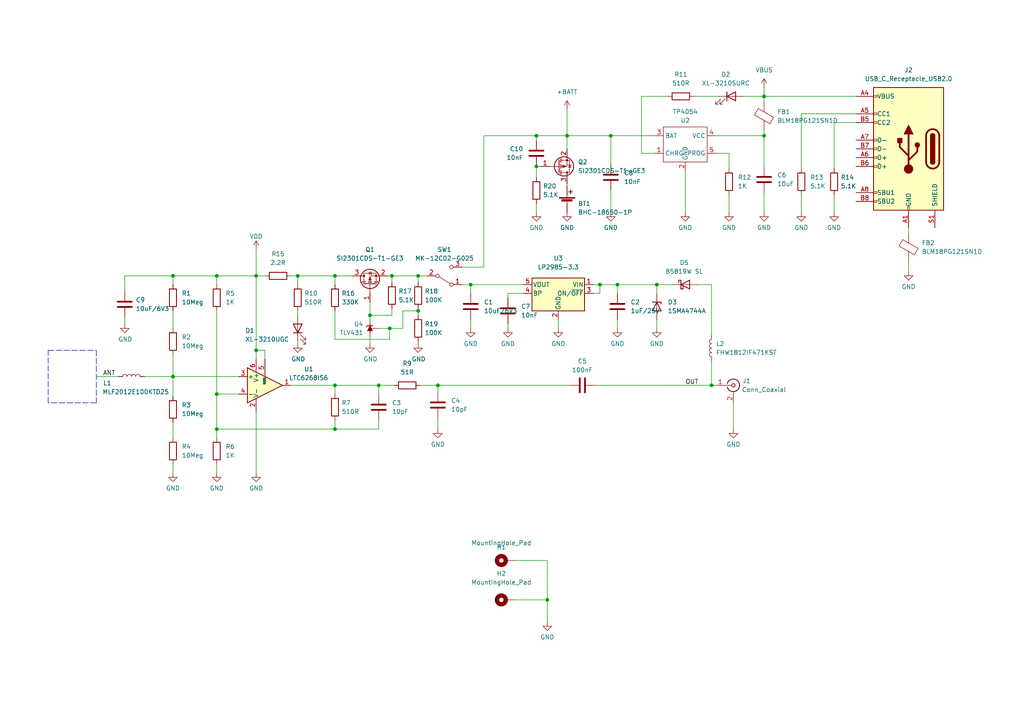
<source format=kicad_sch>
(kicad_sch (version 20211123) (generator eeschema)
  (paper "A4")
  (lib_symbols
    (symbol "Amplifier_Operational:LTC6268xS6-10" (pin_names (offset 0.127))
      (property "Reference" "U" (at 3.81 10.795 0))
      (property "Value" "LTC6268xS6-10" (at 0 13.335 0))
      (symbol "LTC6268xS6-10_1_1"
        (polyline (pts (xy -5.08 5.08) (xy -5.08 -5.08) (xy 5.08 0) (xy -5.08 5.08)) (stroke (width 0.254)) (fill (type background)))
        (pin output line (at 7.62 0 180) (length 2.54) (name "~") (number "1"))
        (pin power_in line (at -2.54 -7.62 90) (length 3.81) (name "V-") (number "2"))
        (pin input line (at -7.62 2.54 0) (length 2.54) (name "+") (number "3"))
        (pin input line (at -7.62 -2.54 0) (length 2.54) (name "-") (number "4"))
        (pin input line (at 0 7.62 270) (length 5.08) (name "~{SHDN}") (number "5"))
        (pin power_in line (at -2.54 7.62 270) (length 3.81) (name "V+") (number "6"))
      )
    )
    (symbol "Connector:Conn_Coaxial" (pin_names (offset 1.016) hide)
      (property "Reference" "J" (at 0.254 3.048 0))
      (property "Value" "Conn_Coaxial" (at 2.921 0 90))
      (symbol "Conn_Coaxial_0_1"
        (arc (start -1.778 -0.508) (mid 0.222 -1.808) (end 1.778 0) (stroke (width 0.254)))
        (polyline (pts (xy -2.54 0) (xy -0.508 0)))
        (polyline (pts (xy 0 -2.54) (xy 0 -1.778)))
        (circle (center 0 0) (radius 0.508) (stroke (width 0.2032)))
        (arc (start 1.778 0) (mid 0.222 1.8083) (end -1.778 0.508) (stroke (width 0.254)))
      )
      (symbol "Conn_Coaxial_1_1"
        (pin passive line (at -5.08 0 0) (length 2.54) (name "In") (number "1"))
        (pin passive line (at 0 -5.08 90) (length 2.54) (name "Ext") (number "2"))
      )
    )
    (symbol "Connector:USB_C_Receptacle_USB2.0" (pin_names (offset 1.016))
      (property "Reference" "J" (at -10.16 19.05 0))
      (property "Value" "USB_C_Receptacle_USB2.0" (at 19.05 19.05 0))
      (symbol "USB_C_Receptacle_USB2.0_0_0"
        (rectangle (start -0.254 -17.78) (end 0.254 -16.764))
        (rectangle (start 10.16 -14.986) (end 9.144 -15.494))
        (rectangle (start 10.16 -12.446) (end 9.144 -12.954))
        (rectangle (start 10.16 -4.826) (end 9.144 -5.334))
        (rectangle (start 10.16 -2.286) (end 9.144 -2.794))
        (rectangle (start 10.16 0.254) (end 9.144 -0.254))
        (rectangle (start 10.16 2.794) (end 9.144 2.286))
        (rectangle (start 10.16 7.874) (end 9.144 7.366))
        (rectangle (start 10.16 10.414) (end 9.144 9.906))
        (rectangle (start 10.16 15.494) (end 9.144 14.986))
      )
      (symbol "USB_C_Receptacle_USB2.0_0_1"
        (rectangle (start -10.16 17.78) (end 10.16 -17.78) (stroke (width 0.254)) (fill (type background)))
        (arc (start -8.89 -3.81) (mid -6.985 -5.715) (end -5.08 -3.81) (stroke (width 0.508)))
        (arc (start -7.62 -3.81) (mid -6.985 -4.445) (end -6.35 -3.81) (stroke (width 0.254)))
        (arc (start -7.62 -3.81) (mid -6.985 -4.445) (end -6.35 -3.81) (stroke (width 0.254)) (fill (type outline)))
        (rectangle (start -7.62 -3.81) (end -6.35 3.81) (stroke (width 0.254)) (fill (type outline)))
        (arc (start -6.35 3.81) (mid -6.985 4.445) (end -7.62 3.81) (stroke (width 0.254)))
        (arc (start -6.35 3.81) (mid -6.985 4.445) (end -7.62 3.81) (stroke (width 0.254)) (fill (type outline)))
        (arc (start -5.08 3.81) (mid -6.985 5.715) (end -8.89 3.81) (stroke (width 0.508)))
        (circle (center -2.54 1.143) (radius 0.635) (stroke (width 0.254)) (fill (type outline)))
        (circle (center 0 -5.842) (radius 1.27) (fill (type outline)))
        (polyline (pts (xy -8.89 -3.81) (xy -8.89 3.81)) (stroke (width 0.508)))
        (polyline (pts (xy -5.08 3.81) (xy -5.08 -3.81)) (stroke (width 0.508)))
        (polyline (pts (xy 0 -5.842) (xy 0 4.318)) (stroke (width 0.508)))
        (polyline (pts (xy 0 -3.302) (xy -2.54 -0.762) (xy -2.54 0.508)) (stroke (width 0.508)))
        (polyline (pts (xy 0 -2.032) (xy 2.54 0.508) (xy 2.54 1.778)) (stroke (width 0.508)))
        (polyline (pts (xy -1.27 4.318) (xy 0 6.858) (xy 1.27 4.318) (xy -1.27 4.318)) (stroke (width 0.254)) (fill (type outline)))
        (rectangle (start 1.905 1.778) (end 3.175 3.048) (stroke (width 0.254)) (fill (type outline)))
      )
      (symbol "USB_C_Receptacle_USB2.0_1_1"
        (pin passive line (at 0 -22.86 90) (length 5.08) (name "GND") (number "A1"))
        (pin passive line (at 0 -22.86 90) (length 5.08) hide (name "GND") (number "A12"))
        (pin passive line (at 15.24 15.24 180) (length 5.08) (name "VBUS") (number "A4"))
        (pin bidirectional line (at 15.24 10.16 180) (length 5.08) (name "CC1") (number "A5"))
        (pin bidirectional line (at 15.24 -2.54 180) (length 5.08) (name "D+") (number "A6"))
        (pin bidirectional line (at 15.24 2.54 180) (length 5.08) (name "D-") (number "A7"))
        (pin bidirectional line (at 15.24 -12.7 180) (length 5.08) (name "SBU1") (number "A8"))
        (pin passive line (at 15.24 15.24 180) (length 5.08) hide (name "VBUS") (number "A9"))
        (pin passive line (at 0 -22.86 90) (length 5.08) hide (name "GND") (number "B1"))
        (pin passive line (at 0 -22.86 90) (length 5.08) hide (name "GND") (number "B12"))
        (pin passive line (at 15.24 15.24 180) (length 5.08) hide (name "VBUS") (number "B4"))
        (pin bidirectional line (at 15.24 7.62 180) (length 5.08) (name "CC2") (number "B5"))
        (pin bidirectional line (at 15.24 -5.08 180) (length 5.08) (name "D+") (number "B6"))
        (pin bidirectional line (at 15.24 0 180) (length 5.08) (name "D-") (number "B7"))
        (pin bidirectional line (at 15.24 -15.24 180) (length 5.08) (name "SBU2") (number "B8"))
        (pin passive line (at 15.24 15.24 180) (length 5.08) hide (name "VBUS") (number "B9"))
        (pin passive line (at -7.62 -22.86 90) (length 5.08) (name "SHIELD") (number "S1"))
      )
    )
    (symbol "Device:Battery_Cell" (pin_numbers hide) (pin_names (offset 0) hide)
      (property "Reference" "BT" (at 2.54 2.54 0))
      (property "Value" "Battery_Cell" (at 2.54 0 0))
      (symbol "Battery_Cell_0_1"
        (rectangle (start -2.286 1.778) (end 2.286 1.524) (fill (type outline)))
        (rectangle (start -1.5748 1.1938) (end 1.4732 0.6858) (fill (type outline)))
        (polyline (pts (xy 0 0.762) (xy 0 0)))
        (polyline (pts (xy 0 1.778) (xy 0 2.54)))
        (polyline (pts (xy 0.508 3.429) (xy 1.524 3.429)) (stroke (width 0.254)))
        (polyline (pts (xy 1.016 3.937) (xy 1.016 2.921)) (stroke (width 0.254)))
      )
      (symbol "Battery_Cell_1_1"
        (pin passive line (at 0 5.08 270) (length 2.54) (name "+") (number "1"))
        (pin passive line (at 0 -2.54 90) (length 2.54) (name "-") (number "2"))
      )
    )
    (symbol "Device:C" (pin_numbers hide) (pin_names (offset 0.254))
      (property "Reference" "C" (at 0.635 2.54 0))
      (property "Value" "C" (at 0.635 -2.54 0))
      (symbol "C_0_1"
        (polyline (pts (xy -2.032 -0.762) (xy 2.032 -0.762)) (stroke (width 0.508)))
        (polyline (pts (xy -2.032 0.762) (xy 2.032 0.762)) (stroke (width 0.508)))
      )
      (symbol "C_1_1"
        (pin passive line (at 0 3.81 270) (length 2.794) (name "~") (number "1"))
        (pin passive line (at 0 -3.81 90) (length 2.794) (name "~") (number "2"))
      )
    )
    (symbol "Device:D_Schottky" (pin_numbers hide) (pin_names (offset 1.016) hide)
      (property "Reference" "D" (at 0 2.54 0))
      (property "Value" "D_Schottky" (at 0 -2.54 0))
      (symbol "D_Schottky_0_1"
        (polyline (pts (xy 1.27 0) (xy -1.27 0)))
        (polyline (pts (xy 1.27 1.27) (xy 1.27 -1.27) (xy -1.27 0) (xy 1.27 1.27)) (stroke (width 0.254)))
        (polyline (pts (xy -1.905 0.635) (xy -1.905 1.27) (xy -1.27 1.27) (xy -1.27 -1.27) (xy -0.635 -1.27) (xy -0.635 -0.635)) (stroke (width 0.254)))
      )
      (symbol "D_Schottky_1_1"
        (pin passive line (at -3.81 0 0) (length 2.54) (name "K") (number "1"))
        (pin passive line (at 3.81 0 180) (length 2.54) (name "A") (number "2"))
      )
    )
    (symbol "Device:D_Zener" (pin_numbers hide) (pin_names (offset 1.016) hide)
      (property "Reference" "D" (at 0 2.54 0))
      (property "Value" "D_Zener" (at 0 -2.54 0))
      (symbol "D_Zener_0_1"
        (polyline (pts (xy 1.27 0) (xy -1.27 0)))
        (polyline (pts (xy -1.27 -1.27) (xy -1.27 1.27) (xy -0.762 1.27)) (stroke (width 0.254)))
        (polyline (pts (xy 1.27 -1.27) (xy 1.27 1.27) (xy -1.27 0) (xy 1.27 -1.27)) (stroke (width 0.254)))
      )
      (symbol "D_Zener_1_1"
        (pin passive line (at -3.81 0 0) (length 2.54) (name "K") (number "1"))
        (pin passive line (at 3.81 0 180) (length 2.54) (name "A") (number "2"))
      )
    )
    (symbol "Device:FerriteBead" (pin_numbers hide) (pin_names (offset 0))
      (property "Reference" "FB" (at -3.81 0.635 90))
      (property "Value" "FerriteBead" (at 3.81 0 90))
      (symbol "FerriteBead_0_1"
        (polyline (pts (xy 0 -1.27) (xy 0 -1.2192)))
        (polyline (pts (xy 0 1.27) (xy 0 1.2954)))
        (polyline (pts (xy -2.7686 0.4064) (xy -1.7018 2.2606) (xy 2.7686 -0.3048) (xy 1.6764 -2.159) (xy -2.7686 0.4064)))
      )
      (symbol "FerriteBead_1_1"
        (pin passive line (at 0 3.81 270) (length 2.54) (name "~") (number "1"))
        (pin passive line (at 0 -3.81 90) (length 2.54) (name "~") (number "2"))
      )
    )
    (symbol "Device:L" (pin_numbers hide) (pin_names (offset 1.016) hide)
      (property "Reference" "L" (at -1.27 0 90))
      (property "Value" "L" (at 1.905 0 90))
      (symbol "L_0_1"
        (arc (start 0 -2.54) (mid 0.635 -1.905) (end 0 -1.27))
        (arc (start 0 -1.27) (mid 0.635 -0.635) (end 0 0))
        (arc (start 0 0) (mid 0.635 0.635) (end 0 1.27))
        (arc (start 0 1.27) (mid 0.635 1.905) (end 0 2.54))
      )
      (symbol "L_1_1"
        (pin passive line (at 0 3.81 270) (length 1.27) (name "1") (number "1"))
        (pin passive line (at 0 -3.81 90) (length 1.27) (name "2") (number "2"))
      )
    )
    (symbol "Device:LED" (pin_numbers hide) (pin_names (offset 1.016) hide)
      (property "Reference" "D" (at 0 2.54 0))
      (property "Value" "LED" (at 0 -2.54 0))
      (symbol "LED_0_1"
        (polyline (pts (xy -1.27 -1.27) (xy -1.27 1.27)) (stroke (width 0.254)))
        (polyline (pts (xy -1.27 0) (xy 1.27 0)))
        (polyline (pts (xy 1.27 -1.27) (xy 1.27 1.27) (xy -1.27 0) (xy 1.27 -1.27)) (stroke (width 0.254)))
        (polyline (pts (xy -3.048 -0.762) (xy -4.572 -2.286) (xy -3.81 -2.286) (xy -4.572 -2.286) (xy -4.572 -1.524)))
        (polyline (pts (xy -1.778 -0.762) (xy -3.302 -2.286) (xy -2.54 -2.286) (xy -3.302 -2.286) (xy -3.302 -1.524)))
      )
      (symbol "LED_1_1"
        (pin passive line (at -3.81 0 0) (length 2.54) (name "K") (number "1"))
        (pin passive line (at 3.81 0 180) (length 2.54) (name "A") (number "2"))
      )
    )
    (symbol "Device:R" (pin_numbers hide) (pin_names (offset 0))
      (property "Reference" "R" (at 2.032 0 90))
      (property "Value" "R" (at 0 0 90))
      (symbol "R_0_1"
        (rectangle (start -1.016 -2.54) (end 1.016 2.54) (stroke (width 0.254)))
      )
      (symbol "R_1_1"
        (pin passive line (at 0 3.81 270) (length 1.27) (name "~") (number "1"))
        (pin passive line (at 0 -3.81 90) (length 1.27) (name "~") (number "2"))
      )
    )
    (symbol "Mechanical:MountingHole_Pad" (pin_numbers hide) (pin_names (offset 1.016) hide)
      (property "Reference" "H" (at 0 6.35 0))
      (property "Value" "MountingHole_Pad" (at 0 4.445 0))
      (symbol "MountingHole_Pad_0_1"
        (circle (center 0 1.27) (radius 1.27) (stroke (width 1.27)))
      )
      (symbol "MountingHole_Pad_1_1"
        (pin input line (at 0 -2.54 90) (length 2.54) (name "1") (number "1"))
      )
    )
    (symbol "Reference_Voltage:TL431DBZ" (pin_numbers hide) (pin_names hide)
      (property "Reference" "U" (at -2.54 2.54 0))
      (property "Value" "TL431DBZ" (at 0 -2.54 0))
      (symbol "TL431DBZ_0_1"
        (polyline (pts (xy -1.27 0) (xy 0 0) (xy 1.27 0)))
        (polyline (pts (xy -0.762 0.762) (xy 0.762 0) (xy -0.762 -0.762)) (fill (type outline)))
        (polyline (pts (xy 0.508 -1.016) (xy 0.762 -0.762) (xy 0.762 0.762) (xy 0.762 0.762)) (stroke (width 0.254)))
      )
      (symbol "TL431DBZ_1_1"
        (pin passive line (at 2.54 0 180) (length 2.54) (name "K") (number "1"))
        (pin passive line (at 0 2.54 270) (length 2.54) (name "REF") (number "2"))
        (pin passive line (at -2.54 0 0) (length 2.54) (name "A") (number "3"))
      )
    )
    (symbol "Regulator_Linear:LP2985-3.0" (pin_names (offset 0.254))
      (property "Reference" "U" (at -6.35 5.715 0))
      (property "Value" "LP2985-3.0" (at 0 5.715 0))
      (symbol "LP2985-3.0_0_1"
        (rectangle (start -7.62 -5.08) (end 7.62 4.445) (stroke (width 0.254)) (fill (type background)))
      )
      (symbol "LP2985-3.0_1_1"
        (pin power_in line (at -10.16 2.54 0) (length 2.54) (name "VIN") (number "1"))
        (pin power_in line (at 0 -7.62 90) (length 2.54) (name "GND") (number "2"))
        (pin input line (at -10.16 0 0) (length 2.54) (name "ON/~{OFF}") (number "3"))
        (pin input line (at 10.16 0 180) (length 2.54) (name "BP") (number "4"))
        (pin power_out line (at 10.16 2.54 180) (length 2.54) (name "VOUT") (number "5"))
      )
    )
    (symbol "Switch:SW_SPDT" (pin_names (offset 0) hide)
      (property "Reference" "SW" (at 0 4.318 0))
      (property "Value" "SW_SPDT" (at 0 -5.08 0))
      (symbol "SW_SPDT_0_0"
        (circle (center -2.032 0) (radius 0.508))
        (circle (center 2.032 -2.54) (radius 0.508))
      )
      (symbol "SW_SPDT_0_1"
        (polyline (pts (xy -1.524 0.254) (xy 1.651 2.286)))
        (circle (center 2.032 2.54) (radius 0.508))
      )
      (symbol "SW_SPDT_1_1"
        (pin passive line (at 5.08 2.54 180) (length 2.54) (name "A") (number "1"))
        (pin passive line (at -5.08 0 0) (length 2.54) (name "B") (number "2"))
        (pin passive line (at 5.08 -2.54 180) (length 2.54) (name "C") (number "3"))
      )
    )
    (symbol "Transistor_FET:AO3401A" (pin_names hide)
      (property "Reference" "Q" (at 5.08 1.905 0))
      (property "Value" "AO3401A" (at 5.08 0 0))
      (symbol "AO3401A_0_1"
        (polyline (pts (xy 0.254 0) (xy -2.54 0)))
        (polyline (pts (xy 0.254 1.905) (xy 0.254 -1.905)) (stroke (width 0.254)))
        (polyline (pts (xy 0.762 -1.27) (xy 0.762 -2.286)) (stroke (width 0.254)))
        (polyline (pts (xy 0.762 0.508) (xy 0.762 -0.508)) (stroke (width 0.254)))
        (polyline (pts (xy 0.762 2.286) (xy 0.762 1.27)) (stroke (width 0.254)))
        (polyline (pts (xy 2.54 2.54) (xy 2.54 1.778)))
        (polyline (pts (xy 2.54 -2.54) (xy 2.54 0) (xy 0.762 0)))
        (polyline (pts (xy 0.762 1.778) (xy 3.302 1.778) (xy 3.302 -1.778) (xy 0.762 -1.778)))
        (polyline (pts (xy 2.286 0) (xy 1.27 0.381) (xy 1.27 -0.381) (xy 2.286 0)) (fill (type outline)))
        (polyline (pts (xy 2.794 -0.508) (xy 2.921 -0.381) (xy 3.683 -0.381) (xy 3.81 -0.254)))
        (polyline (pts (xy 3.302 -0.381) (xy 2.921 0.254) (xy 3.683 0.254) (xy 3.302 -0.381)))
        (circle (center 1.651 0) (radius 2.794) (stroke (width 0.254)))
        (circle (center 2.54 -1.778) (radius 0.254) (fill (type outline)))
        (circle (center 2.54 1.778) (radius 0.254) (fill (type outline)))
      )
      (symbol "AO3401A_1_1"
        (pin input line (at -5.08 0 0) (length 2.54) (name "G") (number "1"))
        (pin passive line (at 2.54 -5.08 90) (length 2.54) (name "S") (number "2"))
        (pin passive line (at 2.54 5.08 270) (length 2.54) (name "D") (number "3"))
      )
    )
    (symbol "power:+BATT" (power) (pin_names (offset 0))
      (property "Value" "+BATT" (at 0 3.556 0))
      (symbol "+BATT_0_1"
        (polyline (pts (xy -0.762 1.27) (xy 0 2.54)))
        (polyline (pts (xy 0 0) (xy 0 2.54)))
        (polyline (pts (xy 0 2.54) (xy 0.762 1.27)))
      )
      (symbol "+BATT_1_1"
        (pin power_in line (at 0 0 90) (length 0) hide (name "+BATT") (number "1"))
      )
    )
    (symbol "power:GND" (power) (pin_names (offset 0))
      (property "Value" "GND" (at 0 -3.81 0))
      (symbol "GND_0_1"
        (polyline (pts (xy 0 0) (xy 0 -1.27) (xy 1.27 -1.27) (xy 0 -2.54) (xy -1.27 -1.27) (xy 0 -1.27)))
      )
      (symbol "GND_1_1"
        (pin power_in line (at 0 0 270) (length 0) hide (name "GND") (number "1"))
      )
    )
    (symbol "power:VBUS" (power) (pin_names (offset 0))
      (property "Value" "VBUS" (at 0 3.81 0))
      (symbol "VBUS_0_1"
        (polyline (pts (xy -0.762 1.27) (xy 0 2.54)))
        (polyline (pts (xy 0 0) (xy 0 2.54)))
        (polyline (pts (xy 0 2.54) (xy 0.762 1.27)))
      )
      (symbol "VBUS_1_1"
        (pin power_in line (at 0 0 90) (length 0) hide (name "VBUS") (number "1"))
      )
    )
    (symbol "power:VDD" (power) (pin_names (offset 0))
      (property "Value" "VDD" (at 0 3.81 0))
      (symbol "VDD_0_1"
        (polyline (pts (xy -0.762 1.27) (xy 0 2.54)))
        (polyline (pts (xy 0 0) (xy 0 2.54)))
        (polyline (pts (xy 0 2.54) (xy 0.762 1.27)))
      )
      (symbol "VDD_1_1"
        (pin power_in line (at 0 0 90) (length 0) hide (name "VDD") (number "1"))
      )
    )
    (symbol "project:TP4054"
      (property "Reference" "U" (at -6.35 8.89 0))
      (property "Value" "TP4054" (at -6.35 6.35 0))
      (symbol "TP4054_0_1"
        (rectangle (start -6.35 5.08) (end 6.35 -5.08))
      )
      (symbol "TP4054_1_1"
        (pin passive line (at 8.89 -2.54 180) (length 2.54) (name "CHRG") (number "1"))
        (pin passive line (at 0 -7.62 90) (length 2.54) (name "GND") (number "2"))
        (pin passive line (at 8.89 2.54 180) (length 2.54) (name "BAT") (number "3"))
        (pin passive line (at -8.89 2.54 0) (length 2.54) (name "VCC") (number "4"))
        (pin passive line (at -8.89 -2.54 0) (length 2.54) (name "PROG") (number "5"))
      )
    )
  )
  (junction (at 155.575 48.26))
  (junction (at 179.07 82.55))
  (junction (at 86.36 80.01))
  (junction (at 113.03 95.25))
  (junction (at 107.315 91.44))
  (junction (at 97.155 124.46))
  (junction (at 109.855 111.76))
  (junction (at 50.165 80.01))
  (junction (at 190.5 82.55))
  (junction (at 221.615 27.94))
  (junction (at 158.75 173.99))
  (junction (at 155.575 39.37))
  (junction (at 206.375 111.76))
  (junction (at 221.615 39.37))
  (junction (at 173.99 82.55))
  (junction (at 121.285 80.01))
  (junction (at 62.865 80.01))
  (junction (at 127 111.76))
  (junction (at 62.865 114.3))
  (junction (at 74.295 80.01))
  (junction (at 62.865 124.46))
  (junction (at 74.295 101.6))
  (junction (at 164.465 39.37))
  (junction (at 177.165 39.37))
  (junction (at 97.155 111.76))
  (junction (at 121.285 90.17))
  (junction (at 136.525 82.55))
  (junction (at 97.155 80.01))
  (junction (at 50.165 109.22))
  (junction (at 113.665 80.01))
  (wire (pts (xy 112.395 80.01) (xy 113.665 80.01)))
  (wire (pts (xy 84.455 80.01) (xy 86.36 80.01)))
  (wire (pts (xy 113.665 80.01) (xy 121.285 80.01)))
  (wire (pts (xy 116.84 95.25) (xy 116.84 90.17)))
  (wire (pts (xy 173.99 82.55) (xy 179.07 82.55)))
  (wire (pts (xy 121.285 99.06) (xy 121.285 99.695)))
  (wire (pts (xy 50.165 82.55) (xy 50.165 80.01)))
  (wire (pts (xy 133.985 82.55) (xy 136.525 82.55)))
  (wire (pts (xy 97.155 111.76) (xy 97.155 114.3)))
  (wire (pts (xy 158.75 162.56) (xy 158.75 173.99)))
  (wire (pts (xy 97.155 111.76) (xy 109.855 111.76)))
  (wire (pts (xy 86.36 80.01) (xy 97.155 80.01)))
  (wire (pts (xy 149.225 162.56) (xy 158.75 162.56)))
  (wire (pts (xy 201.295 27.94) (xy 208.28 27.94)))
  (wire (pts (xy 221.615 27.94) (xy 248.285 27.94)))
  (wire (pts (xy 74.295 101.6) (xy 74.295 104.14)))
  (wire (pts (xy 136.525 82.55) (xy 136.525 85.09)))
  (wire (pts (xy 263.525 66.04) (xy 263.525 67.945)))
  (wire (pts (xy 97.155 121.92) (xy 97.155 124.46)))
  (wire (pts (xy 158.75 173.99) (xy 158.75 180.34)))
  (wire (pts (xy 62.865 80.01) (xy 74.295 80.01)))
  (wire (pts (xy 140.335 77.47) (xy 140.335 39.37)))
  (wire (pts (xy 50.165 109.22) (xy 50.165 114.935)))
  (wire (pts (xy 186.055 27.94) (xy 186.055 44.45)))
  (wire (pts (xy 177.165 39.37) (xy 177.165 47.625)))
  (wire (pts (xy 206.375 111.76) (xy 207.645 111.76)))
  (wire (pts (xy 62.865 124.46) (xy 62.865 127)))
  (wire (pts (xy 173.99 85.09) (xy 173.99 82.55)))
  (wire (pts (xy 41.91 109.22) (xy 50.165 109.22)))
  (wire (pts (xy 62.865 124.46) (xy 97.155 124.46)))
  (wire (pts (xy 221.615 37.465) (xy 221.615 39.37)))
  (wire (pts (xy 177.165 55.245) (xy 177.165 61.595)))
  (wire (pts (xy 221.615 39.37) (xy 221.615 48.26)))
  (wire (pts (xy 172.72 111.76) (xy 206.375 111.76)))
  (wire (pts (xy 206.375 104.775) (xy 206.375 111.76)))
  (wire (pts (xy 84.455 111.76) (xy 97.155 111.76)))
  (wire (pts (xy 179.07 82.55) (xy 179.07 85.09)))
  (wire (pts (xy 50.165 102.87) (xy 50.165 109.22)))
  (wire (pts (xy 109.855 95.25) (xy 113.03 95.25)))
  (wire (pts (xy 190.5 82.55) (xy 190.5 85.09)))
  (wire (pts (xy 121.285 80.01) (xy 121.285 81.915)))
  (wire (pts (xy 97.155 82.55) (xy 97.155 80.01)))
  (wire (pts (xy 206.375 82.55) (xy 206.375 97.155)))
  (wire (pts (xy 155.575 59.055) (xy 155.575 61.595)))
  (wire (pts (xy 74.295 80.01) (xy 76.835 80.01)))
  (wire (pts (xy 211.455 56.515) (xy 211.455 61.595)))
  (wire (pts (xy 50.165 122.555) (xy 50.165 127)))
  (wire (pts (xy 36.195 92.075) (xy 36.195 93.98)))
  (wire (pts (xy 50.165 134.62) (xy 50.165 137.16)))
  (wire (pts (xy 212.725 116.84) (xy 212.725 124.46)))
  (wire (pts (xy 107.315 91.44) (xy 107.315 92.71)))
  (wire (pts (xy 113.665 91.44) (xy 107.315 91.44)))
  (wire (pts (xy 190.5 92.71) (xy 190.5 95.25)))
  (wire (pts (xy 74.295 72.39) (xy 74.295 80.01)))
  (wire (pts (xy 36.195 80.01) (xy 36.195 84.455)))
  (wire (pts (xy 113.665 89.535) (xy 113.665 91.44)))
  (wire (pts (xy 221.615 27.94) (xy 221.615 29.845)))
  (wire (pts (xy 62.865 114.3) (xy 62.865 124.46)))
  (wire (pts (xy 127 111.76) (xy 127 113.665)))
  (wire (pts (xy 50.165 80.01) (xy 36.195 80.01)))
  (wire (pts (xy 186.055 44.45) (xy 189.865 44.45)))
  (wire (pts (xy 206.375 82.55) (xy 202.565 82.55)))
  (wire (pts (xy 248.285 33.02) (xy 232.41 33.02)))
  (wire (pts (xy 107.315 87.63) (xy 107.315 91.44)))
  (wire (pts (xy 164.465 39.37) (xy 177.165 39.37)))
  (wire (pts (xy 172.085 82.55) (xy 173.99 82.55)))
  (wire (pts (xy 97.155 98.425) (xy 113.03 98.425)))
  (wire (pts (xy 76.835 104.14) (xy 76.835 101.6)))
  (wire (pts (xy 109.855 111.76) (xy 114.3 111.76)))
  (wire (pts (xy 62.865 80.01) (xy 62.865 82.55)))
  (wire (pts (xy 97.155 124.46) (xy 109.855 124.46)))
  (wire (pts (xy 140.335 39.37) (xy 155.575 39.37)))
  (wire (pts (xy 179.07 82.55) (xy 190.5 82.55)))
  (wire (pts (xy 161.925 92.71) (xy 161.925 95.25)))
  (wire (pts (xy 136.525 92.71) (xy 136.525 95.25)))
  (wire (pts (xy 50.165 80.01) (xy 62.865 80.01)))
  (wire (pts (xy 107.315 97.79) (xy 107.315 99.695)))
  (wire (pts (xy 186.055 27.94) (xy 193.675 27.94)))
  (wire (pts (xy 211.455 44.45) (xy 211.455 48.895)))
  (wire (pts (xy 190.5 82.55) (xy 194.945 82.55)))
  (wire (pts (xy 62.865 90.17) (xy 62.865 114.3)))
  (wire (pts (xy 50.165 90.17) (xy 50.165 95.25)))
  (wire (pts (xy 263.525 75.565) (xy 263.525 78.74)))
  (wire (pts (xy 121.285 89.535) (xy 121.285 90.17)))
  (polyline (pts (xy 27.94 116.84) (xy 13.97 116.84)))
  (wire (pts (xy 156.845 48.26) (xy 155.575 48.26)))
  (polyline (pts (xy 13.97 116.84) (xy 13.97 101.6)))
  (wire (pts (xy 116.84 90.17) (xy 121.285 90.17)))
  (wire (pts (xy 241.935 48.895) (xy 241.935 35.56)))
  (wire (pts (xy 97.155 90.17) (xy 97.155 98.425)))
  (wire (pts (xy 155.575 39.37) (xy 155.575 40.64)))
  (wire (pts (xy 136.525 82.55) (xy 151.765 82.55)))
  (wire (pts (xy 179.07 92.71) (xy 179.07 95.25)))
  (wire (pts (xy 164.465 31.75) (xy 164.465 39.37)))
  (wire (pts (xy 207.645 39.37) (xy 221.615 39.37)))
  (wire (pts (xy 121.285 80.01) (xy 123.825 80.01)))
  (wire (pts (xy 151.765 85.09) (xy 147.32 85.09)))
  (wire (pts (xy 113.03 98.425) (xy 113.03 95.25)))
  (wire (pts (xy 147.32 85.09) (xy 147.32 86.36)))
  (wire (pts (xy 97.155 80.01) (xy 102.235 80.01)))
  (wire (pts (xy 172.085 85.09) (xy 173.99 85.09)))
  (wire (pts (xy 113.03 95.25) (xy 116.84 95.25)))
  (wire (pts (xy 69.215 109.22) (xy 50.165 109.22)))
  (wire (pts (xy 155.575 39.37) (xy 164.465 39.37)))
  (wire (pts (xy 221.615 55.88) (xy 221.615 61.595)))
  (polyline (pts (xy 27.94 101.6) (xy 27.94 116.84)))
  (wire (pts (xy 109.855 111.76) (xy 109.855 114.3)))
  (wire (pts (xy 149.225 173.99) (xy 158.75 173.99)))
  (wire (pts (xy 86.36 80.01) (xy 86.36 82.55)))
  (wire (pts (xy 74.295 80.01) (xy 74.295 101.6)))
  (wire (pts (xy 127 121.285) (xy 127 124.46)))
  (wire (pts (xy 74.295 119.38) (xy 74.295 137.16)))
  (wire (pts (xy 241.935 35.56) (xy 248.285 35.56)))
  (wire (pts (xy 121.285 90.17) (xy 121.285 91.44)))
  (wire (pts (xy 155.575 48.26) (xy 155.575 51.435)))
  (wire (pts (xy 198.755 49.53) (xy 198.755 61.595)))
  (wire (pts (xy 62.865 134.62) (xy 62.865 137.16)))
  (wire (pts (xy 241.935 56.515) (xy 241.935 61.595)))
  (wire (pts (xy 62.865 114.3) (xy 69.215 114.3)))
  (wire (pts (xy 164.465 39.37) (xy 164.465 43.18)))
  (wire (pts (xy 27.94 109.22) (xy 34.29 109.22)))
  (wire (pts (xy 177.165 39.37) (xy 189.865 39.37)))
  (wire (pts (xy 133.985 77.47) (xy 140.335 77.47)))
  (wire (pts (xy 215.9 27.94) (xy 221.615 27.94)))
  (wire (pts (xy 221.615 25.4) (xy 221.615 27.94)))
  (wire (pts (xy 109.855 121.92) (xy 109.855 124.46)))
  (polyline (pts (xy 13.97 101.6) (xy 27.94 101.6)))
  (wire (pts (xy 113.665 81.915) (xy 113.665 80.01)))
  (wire (pts (xy 207.645 44.45) (xy 211.455 44.45)))
  (wire (pts (xy 127 111.76) (xy 165.1 111.76)))
  (wire (pts (xy 147.32 93.98) (xy 147.32 95.25)))
  (wire (pts (xy 76.835 101.6) (xy 74.295 101.6)))
  (wire (pts (xy 121.92 111.76) (xy 127 111.76)))
  (wire (pts (xy 232.41 33.02) (xy 232.41 48.895)))
  (wire (pts (xy 232.41 56.515) (xy 232.41 61.595)))
  (wire (pts (xy 164.465 53.34) (xy 164.465 53.975)))
  (wire (pts (xy 86.36 91.44) (xy 86.36 90.17)))
  (wire (pts (xy 86.36 99.695) (xy 86.36 99.06)))
  (label "ANT" (at 29.845 109.22 0))
  (label "OUT" (at 198.755 111.76 0))
  (symbol (lib_id "Connector:USB_C_Receptacle_USB2.0") (at 263.525 43.18 0) (mirror y) (unit 1)
    (property "Reference" "J2" (at 263.525 20.32 0))
    (property "Value" "USB_C_Receptacle_USB2.0" (at 263.525 22.86 0))
    (property "Footprint" "project:USB_C_Receptacle_GCT_USB4105-xx-A_16P_TopMnt_Horizontal" (effects hide))
    (property "Datasheet" "https://www.usb.org/sites/default/files/documents/usb_type-c.zip" (effects hide))
  )
  (symbol (lib_id "power:GND") (at 211.455 61.595 0) (unit 1)
    (property "Reference" "#PWR03" (effects hide))
    (property "Value" "GND" (at 211.455 66.04 0))
  )
  (symbol (lib_id "power:GND") (at 147.32 95.25 0) (unit 1)
    (property "Reference" "#PWR0115" (effects hide))
    (property "Value" "GND" (at 147.32 99.695 0))
  )
  (symbol (lib_id "Device:R") (at 97.155 86.36 180) (unit 1)
    (property "Reference" "R16" (at 99.06 85.0899 0) (effects (justify right)))
    (property "Value" "330K" (at 99.06 87.6299 0) (effects (justify right)))
    (property "Footprint" "Resistor_SMD:R_0805_2012Metric" (effects hide))
  )
  (symbol (lib_id "power:GND") (at 190.5 95.25 0) (unit 1)
    (property "Reference" "#PWR0111" (effects hide))
    (property "Value" "GND" (at 190.5 99.695 0))
  )
  (symbol (lib_id "power:VBUS") (at 221.615 25.4 0) (unit 1)
    (property "Reference" "#PWR0112" (effects hide))
    (property "Value" "VBUS" (at 221.615 20.32 0))
  )
  (symbol (lib_id "Device:R") (at 62.865 86.36 0) (unit 1)
    (property "Reference" "R5" (at 65.405 85.0899 0) (effects (justify left)))
    (property "Value" "1K" (at 65.405 87.6299 0) (effects (justify left)))
    (property "Footprint" "Resistor_SMD:R_0805_2012Metric" (effects hide))
  )
  (symbol (lib_id "Device:R") (at 86.36 86.36 180) (unit 1)
    (property "Reference" "R10" (at 88.265 85.0899 0) (effects (justify right)))
    (property "Value" "510R" (at 88.265 87.6299 0) (effects (justify right)))
    (property "Footprint" "Resistor_SMD:R_0805_2012Metric" (effects hide))
  )
  (symbol (lib_id "Device:C") (at 127 117.475 0) (unit 1)
    (property "Reference" "C4" (at 130.81 116.2049 0) (effects (justify left)))
    (property "Value" "10pF" (at 130.81 118.7449 0) (effects (justify left)))
    (property "Footprint" "Capacitor_SMD:C_0805_2012Metric" (effects hide))
  )
  (symbol (lib_id "Switch:SW_SPDT") (at 128.905 80.01 0) (mirror x) (unit 1)
    (property "Reference" "SW1" (at 128.905 72.39 0))
    (property "Value" "MK-12C02-G025" (at 128.905 74.93 0))
    (property "Footprint" "Button_Switch_SMD:SW_SPDT_PCM12" (effects hide))
  )
  (symbol (lib_id "Device:FerriteBead") (at 263.525 71.755 0) (unit 1)
    (property "Reference" "FB2" (at 267.335 70.4341 0) (effects (justify left)))
    (property "Value" "BLM18PG121SN1D" (at 267.335 72.9741 0) (effects (justify left)))
    (property "Footprint" "Inductor_SMD:L_0603_1608Metric" (effects hide))
  )
  (symbol (lib_id "power:+BATT") (at 164.465 31.75 0) (unit 1)
    (property "Reference" "#PWR0117" (effects hide))
    (property "Value" "+BATT" (at 164.465 26.67 0))
  )
  (symbol (lib_id "Device:C") (at 221.615 52.07 0) (unit 1)
    (property "Reference" "C6" (at 225.425 50.7999 0) (effects (justify left)))
    (property "Value" "10uF" (at 225.425 53.3399 0) (effects (justify left)))
    (property "Footprint" "Capacitor_SMD:C_0805_2012Metric" (effects hide))
  )
  (symbol (lib_id "Mechanical:MountingHole_Pad") (at 146.685 162.56 90) (unit 1)
    (property "Reference" "H1" (at 145.415 158.75 90))
    (property "Value" "MountingHole_Pad" (at 145.415 157.48 90))
    (property "Footprint" "MountingHole:MountingHole_3.2mm_M3_ISO7380_Pad_TopBottom" (effects hide))
  )
  (symbol (lib_id "power:GND") (at 127 124.46 0) (unit 1)
    (property "Reference" "#PWR0107" (effects hide))
    (property "Value" "GND" (at 127 128.905 0))
  )
  (symbol (lib_id "power:GND") (at 198.755 61.595 0) (unit 1)
    (property "Reference" "#PWR0109" (effects hide))
    (property "Value" "GND" (at 198.755 66.04 0))
  )
  (symbol (lib_id "Device:C") (at 168.91 111.76 90) (unit 1)
    (property "Reference" "C5" (at 168.91 104.775 90))
    (property "Value" "100nF" (at 168.91 107.315 90))
    (property "Footprint" "Capacitor_SMD:C_0805_2012Metric" (effects hide))
  )
  (symbol (lib_id "Device:C") (at 136.525 88.9 0) (unit 1)
    (property "Reference" "C1" (at 140.335 87.6299 0) (effects (justify left)))
    (property "Value" "10uF/6V3" (at 140.335 90.1699 0) (effects (justify left)))
    (property "Footprint" "Capacitor_SMD:C_0805_2012Metric" (effects hide))
  )
  (symbol (lib_id "power:GND") (at 36.195 93.98 0) (unit 1)
    (property "Reference" "#PWR0119" (effects hide))
    (property "Value" "GND" (at 34.29 98.425 0) (effects (justify left)))
  )
  (symbol (lib_id "power:GND") (at 179.07 95.25 0) (unit 1)
    (property "Reference" "#PWR0106" (effects hide))
    (property "Value" "GND" (at 179.07 99.695 0))
  )
  (symbol (lib_id "power:GND") (at 50.165 137.16 0) (unit 1)
    (property "Reference" "#PWR0102" (effects hide))
    (property "Value" "GND" (at 50.165 141.605 0))
  )
  (symbol (lib_id "Device:Battery_Cell") (at 164.465 59.055 0) (unit 1)
    (property "Reference" "BT1" (at 167.64 59.055 0) (effects (justify left)))
    (property "Value" "BHC-18650-1P" (at 167.64 61.595 0) (effects (justify left)))
    (property "Footprint" "project:BHC-18650-1P" (effects hide))
  )
  (symbol (lib_id "Device:R") (at 113.665 85.725 180) (unit 1)
    (property "Reference" "R17" (at 115.57 84.4549 0) (effects (justify right)))
    (property "Value" "5.1K" (at 115.57 86.9949 0) (effects (justify right)))
    (property "Footprint" "Resistor_SMD:R_0805_2012Metric" (effects hide))
  )
  (symbol (lib_id "Device:R") (at 211.455 52.705 180) (unit 1)
    (property "Reference" "R12" (at 213.995 51.4349 0) (effects (justify right)))
    (property "Value" "1K" (at 213.995 53.9749 0) (effects (justify right)))
    (property "Footprint" "Resistor_SMD:R_0805_2012Metric" (effects hide))
  )
  (symbol (lib_id "Device:D_Schottky") (at 198.755 82.55 0) (unit 1)
    (property "Reference" "D5" (at 198.4375 76.2 0))
    (property "Value" "B5819W SL" (at 198.4375 78.74 0))
    (property "Footprint" "Diode_SMD:D_SOD-123" (effects hide))
  )
  (symbol (lib_id "power:GND") (at 232.41 61.595 0) (unit 1)
    (property "Reference" "#PWR04" (effects hide))
    (property "Value" "GND" (at 232.41 66.04 0))
  )
  (symbol (lib_id "Mechanical:MountingHole_Pad") (at 146.685 173.99 90) (unit 1)
    (property "Reference" "H2" (at 145.415 166.37 90))
    (property "Value" "MountingHole_Pad" (at 145.415 168.91 90))
    (property "Footprint" "MountingHole:MountingHole_3.2mm_M3_ISO7380_Pad_TopBottom" (effects hide))
  )
  (symbol (lib_id "power:GND") (at 74.295 137.16 0) (unit 1)
    (property "Reference" "#PWR0104" (effects hide))
    (property "Value" "GND" (at 74.295 141.605 0))
  )
  (symbol (lib_id "Device:R") (at 50.165 118.745 0) (unit 1)
    (property "Reference" "R3" (at 52.705 117.4749 0) (effects (justify left)))
    (property "Value" "10Meg" (at 52.705 120.0149 0) (effects (justify left)))
    (property "Footprint" "Resistor_SMD:R_0805_2012Metric" (effects hide))
  )
  (symbol (lib_id "power:GND") (at 121.285 99.695 0) (unit 1)
    (property "Reference" "#PWR0121" (effects hide))
    (property "Value" "GND" (at 119.38 104.14 0) (effects (justify left)))
  )
  (symbol (lib_id "Connector:Conn_Coaxial") (at 212.725 111.76 0) (unit 1)
    (property "Reference" "J1" (at 216.535 110.49 0))
    (property "Value" "Conn_Coaxial" (at 221.615 113.03 0))
    (property "Footprint" "project:SMA_Male_EdgeMount" (effects hide))
    (property "Datasheet" " ~" (effects hide))
  )
  (symbol (lib_id "power:VDD") (at 74.295 72.39 0) (unit 1)
    (property "Reference" "#PWR0118" (effects hide))
    (property "Value" "VDD" (at 74.295 68.58 0))
  )
  (symbol (lib_id "power:GND") (at 86.36 99.695 0) (unit 1)
    (property "Reference" "#PWR01" (effects hide))
    (property "Value" "GND" (at 84.455 104.14 0) (effects (justify left)))
  )
  (symbol (lib_id "Device:R") (at 80.645 80.01 90) (unit 1)
    (property "Reference" "R15" (at 80.645 73.66 90))
    (property "Value" "2.2R" (at 80.645 76.2 90))
    (property "Footprint" "Resistor_SMD:R_1206_3216Metric" (effects hide))
  )
  (symbol (lib_id "Device:C") (at 155.575 44.45 0) (mirror x) (unit 1)
    (property "Reference" "C10" (at 151.765 43.1799 0) (effects (justify right)))
    (property "Value" "10nF" (at 151.765 45.7199 0) (effects (justify right)))
    (property "Footprint" "Capacitor_SMD:C_0805_2012Metric" (effects hide))
  )
  (symbol (lib_id "Device:C") (at 109.855 118.11 0) (unit 1)
    (property "Reference" "C3" (at 113.665 116.8399 0) (effects (justify left)))
    (property "Value" "10pF" (at 113.665 119.3799 0) (effects (justify left)))
    (property "Footprint" "Capacitor_SMD:C_0805_2012Metric" (effects hide))
  )
  (symbol (lib_id "Device:R") (at 121.285 85.725 180) (unit 1)
    (property "Reference" "R18" (at 123.19 84.4549 0) (effects (justify right)))
    (property "Value" "100K" (at 123.19 86.9949 0) (effects (justify right)))
    (property "Footprint" "Resistor_SMD:R_0805_2012Metric" (effects hide))
  )
  (symbol (lib_id "Transistor_FET:AO3401A") (at 161.925 48.26 0) (mirror x) (unit 1)
    (property "Reference" "Q2" (at 167.64 46.9899 0) (effects (justify left)))
    (property "Value" "SI2301CDS-T1-GE3" (at 167.64 49.5299 0) (effects (justify left)))
    (property "Footprint" "Package_TO_SOT_SMD:SOT-23" (effects hide))
    (property "Datasheet" "http://www.aosmd.com/pdfs/datasheet/AO3401A.pdf" (effects hide))
  )
  (symbol (lib_id "power:GND") (at 161.925 95.25 0) (unit 1)
    (property "Reference" "#PWR0116" (effects hide))
    (property "Value" "GND" (at 161.925 99.695 0))
  )
  (symbol (lib_id "Reference_Voltage:TL431DBZ") (at 107.315 95.25 270) (mirror x) (unit 1)
    (property "Reference" "U4" (at 105.41 93.9799 90) (effects (justify right)))
    (property "Value" "TLV431" (at 105.41 96.5199 90) (effects (justify right)))
    (property "Footprint" "Package_TO_SOT_SMD:SOT-23" (effects hide))
    (property "Datasheet" "http://www.ti.com/lit/ds/symlink/tl431.pdf" (effects hide))
  )
  (symbol (lib_id "power:GND") (at 241.935 61.595 0) (unit 1)
    (property "Reference" "#PWR05" (effects hide))
    (property "Value" "GND" (at 241.935 66.04 0))
  )
  (symbol (lib_id "Device:L") (at 206.375 100.965 180) (unit 1)
    (property "Reference" "L2" (at 207.645 99.6949 0) (effects (justify right)))
    (property "Value" "FHW1812IF471KST" (at 207.645 102.2349 0) (effects (justify right)))
    (property "Footprint" "Inductor_SMD:L_1812_4532Metric" (effects hide))
  )
  (symbol (lib_id "Regulator_Linear:LP2985-3.0") (at 161.925 85.09 0) (mirror y) (unit 1)
    (property "Reference" "U3" (at 161.925 74.93 0))
    (property "Value" "LP2985-3.3" (at 161.925 77.47 0))
    (property "Footprint" "Package_TO_SOT_SMD:SOT-23-5" (effects hide))
    (property "Datasheet" "http://www.ti.com/lit/ds/symlink/lp2985.pdf" (effects hide))
  )
  (symbol (lib_id "Device:R") (at 97.155 118.11 0) (unit 1)
    (property "Reference" "R7" (at 99.06 116.8399 0) (effects (justify left)))
    (property "Value" "510R" (at 99.06 119.3799 0) (effects (justify left)))
    (property "Footprint" "Resistor_SMD:R_0805_2012Metric" (effects hide))
  )
  (symbol (lib_id "Device:C") (at 177.165 51.435 180) (unit 1)
    (property "Reference" "C8" (at 180.975 50.1649 0) (effects (justify right)))
    (property "Value" "10nF" (at 180.975 52.7049 0) (effects (justify right)))
    (property "Footprint" "Capacitor_SMD:C_0805_2012Metric" (effects hide))
  )
  (symbol (lib_id "Device:R") (at 62.865 130.81 0) (unit 1)
    (property "Reference" "R6" (at 65.405 129.5399 0) (effects (justify left)))
    (property "Value" "1K" (at 65.405 132.0799 0) (effects (justify left)))
    (property "Footprint" "Resistor_SMD:R_0805_2012Metric" (effects hide))
  )
  (symbol (lib_id "power:GND") (at 107.315 99.695 0) (unit 1)
    (property "Reference" "#PWR0122" (effects hide))
    (property "Value" "GND" (at 105.41 104.14 0) (effects (justify left)))
  )
  (symbol (lib_id "Device:R") (at 50.165 99.06 0) (unit 1)
    (property "Reference" "R2" (at 52.705 97.7899 0) (effects (justify left)))
    (property "Value" "10Meg" (at 52.705 100.3299 0) (effects (justify left)))
    (property "Footprint" "Resistor_SMD:R_0805_2012Metric" (effects hide))
  )
  (symbol (lib_id "Device:LED") (at 86.36 95.25 90) (unit 1)
    (property "Reference" "D1" (at 71.12 95.885 90) (effects (justify right)))
    (property "Value" "XL-3210UGC" (at 71.12 98.425 90) (effects (justify right)))
    (property "Footprint" "project:LED_Side_3.2x1.5" (effects hide))
  )
  (symbol (lib_id "Transistor_FET:AO3401A") (at 107.315 82.55 90) (unit 1)
    (property "Reference" "Q1" (at 107.315 72.39 90))
    (property "Value" "SI2301CDS-T1-GE3" (at 107.315 74.93 90))
    (property "Footprint" "Package_TO_SOT_SMD:SOT-23" (effects hide))
    (property "Datasheet" "http://www.aosmd.com/pdfs/datasheet/AO3401A.pdf" (effects hide))
  )
  (symbol (lib_id "power:GND") (at 136.525 95.25 0) (unit 1)
    (property "Reference" "#PWR0105" (effects hide))
    (property "Value" "GND" (at 136.525 99.695 0))
  )
  (symbol (lib_id "Device:R") (at 118.11 111.76 90) (unit 1)
    (property "Reference" "R9" (at 118.11 105.41 90))
    (property "Value" "51R" (at 118.11 107.95 90))
    (property "Footprint" "Resistor_SMD:R_1206_3216Metric" (effects hide))
  )
  (symbol (lib_id "Device:R") (at 121.285 95.25 180) (unit 1)
    (property "Reference" "R19" (at 123.19 93.9799 0) (effects (justify right)))
    (property "Value" "100K" (at 123.19 96.5199 0) (effects (justify right)))
    (property "Footprint" "Resistor_SMD:R_0805_2012Metric" (effects hide))
  )
  (symbol (lib_id "Device:R") (at 241.935 52.705 180) (unit 1)
    (property "Reference" "R14" (at 243.84 51.4349 0) (effects (justify right)))
    (property "Value" "5.1K" (at 243.84 53.9749 0) (effects (justify right)))
    (property "Footprint" "Resistor_SMD:R_0805_2012Metric" (effects hide))
  )
  (symbol (lib_id "Device:R") (at 197.485 27.94 90) (unit 1)
    (property "Reference" "R11" (at 197.485 21.59 90))
    (property "Value" "510R" (at 197.485 24.13 90))
    (property "Footprint" "Resistor_SMD:R_0805_2012Metric" (effects hide))
  )
  (symbol (lib_id "Device:R") (at 50.165 130.81 0) (unit 1)
    (property "Reference" "R4" (at 52.705 129.5399 0) (effects (justify left)))
    (property "Value" "10Meg" (at 52.705 132.0799 0) (effects (justify left)))
    (property "Footprint" "Resistor_SMD:R_0805_2012Metric" (effects hide))
  )
  (symbol (lib_id "project:TP4054") (at 198.755 41.91 0) (mirror y) (unit 1)
    (property "Reference" "U2" (at 198.755 34.925 0))
    (property "Value" "TP4054" (at 198.755 32.385 0))
    (property "Footprint" "Package_TO_SOT_SMD:SOT-23-5" (effects hide))
  )
  (symbol (lib_id "Device:C") (at 36.195 88.265 0) (unit 1)
    (property "Reference" "C9" (at 39.37 86.9949 0) (effects (justify left)))
    (property "Value" "10uF/6V3" (at 39.37 89.5349 0) (effects (justify left)))
    (property "Footprint" "Capacitor_SMD:C_0805_2012Metric" (effects hide))
  )
  (symbol (lib_id "power:GND") (at 164.465 61.595 0) (unit 1)
    (property "Reference" "#PWR0108" (effects hide))
    (property "Value" "GND" (at 164.465 66.04 0))
  )
  (symbol (lib_id "Device:R") (at 232.41 52.705 180) (unit 1)
    (property "Reference" "R13" (at 234.95 51.4349 0) (effects (justify right)))
    (property "Value" "5.1K" (at 234.95 53.9749 0) (effects (justify right)))
    (property "Footprint" "Resistor_SMD:R_0805_2012Metric" (effects hide))
  )
  (symbol (lib_id "power:GND") (at 158.75 180.34 0) (unit 1)
    (property "Reference" "#PWR0114" (effects hide))
    (property "Value" "GND" (at 158.75 184.785 0))
  )
  (symbol (lib_id "power:GND") (at 177.165 61.595 0) (unit 1)
    (property "Reference" "#PWR02" (effects hide))
    (property "Value" "GND" (at 177.165 66.04 0))
  )
  (symbol (lib_id "power:GND") (at 212.725 124.46 0) (unit 1)
    (property "Reference" "#PWR0101" (effects hide))
    (property "Value" "GND" (at 212.725 128.905 0))
  )
  (symbol (lib_id "Device:R") (at 155.575 55.245 180) (unit 1)
    (property "Reference" "R20" (at 157.48 53.9749 0) (effects (justify right)))
    (property "Value" "5.1K" (at 157.48 56.5149 0) (effects (justify right)))
    (property "Footprint" "Resistor_SMD:R_0805_2012Metric" (effects hide))
  )
  (symbol (lib_id "Device:L") (at 38.1 109.22 90) (unit 1)
    (property "Reference" "L1" (at 31.115 111.125 90))
    (property "Value" "MLF2012E100KTD25" (at 39.37 113.665 90))
    (property "Footprint" "Inductor_SMD:L_0805_2012Metric" (effects hide))
  )
  (symbol (lib_id "power:GND") (at 62.865 137.16 0) (unit 1)
    (property "Reference" "#PWR0103" (effects hide))
    (property "Value" "GND" (at 62.865 141.605 0))
  )
  (symbol (lib_id "power:GND") (at 155.575 61.595 0) (unit 1)
    (property "Reference" "#PWR0120" (effects hide))
    (property "Value" "GND" (at 155.575 66.04 0))
  )
  (symbol (lib_id "Device:FerriteBead") (at 221.615 33.655 180) (unit 1)
    (property "Reference" "FB1" (at 225.425 32.4357 0) (effects (justify right)))
    (property "Value" "BLM18PG121SN1D" (at 225.425 34.9757 0) (effects (justify right)))
    (property "Footprint" "Inductor_SMD:L_0603_1608Metric" (effects hide))
  )
  (symbol (lib_id "Device:C") (at 179.07 88.9 0) (unit 1)
    (property "Reference" "C2" (at 182.88 87.6299 0) (effects (justify left)))
    (property "Value" "1uF/25V" (at 182.88 90.1699 0) (effects (justify left)))
    (property "Footprint" "Capacitor_SMD:C_0805_2012Metric" (effects hide))
  )
  (symbol (lib_id "Device:LED") (at 212.09 27.94 0) (unit 1)
    (property "Reference" "D2" (at 210.5025 21.59 0))
    (property "Value" "XL-3210SURC" (at 210.5025 24.13 0))
    (property "Footprint" "project:LED_Side_3.2x1.5" (effects hide))
  )
  (symbol (lib_id "Device:R") (at 50.165 86.36 0) (unit 1)
    (property "Reference" "R1" (at 52.705 85.0899 0) (effects (justify left)))
    (property "Value" "10Meg" (at 52.705 87.6299 0) (effects (justify left)))
    (property "Footprint" "Resistor_SMD:R_0805_2012Metric" (effects hide))
  )
  (symbol (lib_id "Device:D_Zener") (at 190.5 88.9 270) (unit 1)
    (property "Reference" "D3" (at 193.675 87.6299 90) (effects (justify left)))
    (property "Value" "1SMA4744A" (at 193.675 90.1699 90) (effects (justify left)))
    (property "Footprint" "Diode_SMD:D_SMA" (effects hide))
  )
  (symbol (lib_id "Amplifier_Operational:LTC6268xS6-10") (at 76.835 111.76 0) (unit 1)
    (property "Reference" "U1" (at 89.535 107.061 0))
    (property "Value" "LTC6268IS6" (at 89.535 109.601 0))
    (property "Footprint" "Package_TO_SOT_SMD:TSOT-23-6" (effects hide))
    (property "Datasheet" "https://www.analog.com/media/en/technical-documentation/data-sheets/626810f.pdf" (effects hide))
  )
  (symbol (lib_id "power:GND") (at 263.525 78.74 0) (unit 1)
    (property "Reference" "#PWR0113" (effects hide))
    (property "Value" "GND" (at 263.525 83.185 0))
  )
  (symbol (lib_id "power:GND") (at 221.615 61.595 0) (unit 1)
    (property "Reference" "#PWR0110" (effects hide))
    (property "Value" "GND" (at 221.615 66.04 0))
  )
  (symbol (lib_id "Device:C") (at 147.32 90.17 180) (unit 1)
    (property "Reference" "C7" (at 151.13 88.8999 0) (effects (justify right)))
    (property "Value" "10nF" (at 151.13 91.4399 0) (effects (justify right)))
    (property "Footprint" "Capacitor_SMD:C_0805_2012Metric" (effects hide))
  )
)
</source>
